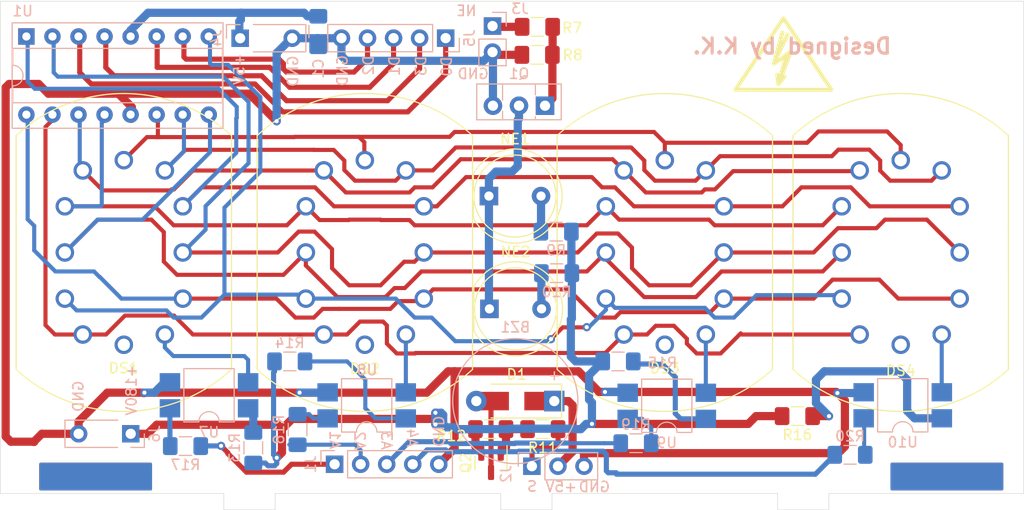
<source format=kicad_pcb>
(kicad_pcb (version 20211014) (generator pcbnew)
  (layers (0 "F.Cu" signal) (31 "B.Cu" signal) (34 "B.Paste" user) (35 "F.Paste" user) (36 "B.SilkS" user "B.Silkscreen") (37 "F.SilkS" user "F.Silkscreen") (38 "B.Mask" user) (39 "F.Mask" user) (44 "Edge.Cuts" user))
  (net 0 "")
  (net 1 "+5V")
  (net 2 "Net-(BZ1-Pad2)")
  (net 3 "GND")
  (net 4 "/V_Buzzer")
  (net 5 "/8")
  (net 6 "/9")
  (net 7 "/3")
  (net 8 "/4")
  (net 9 "/2")
  (net 10 "/0")
  (net 11 "/7")
  (net 12 "/5")
  (net 13 "/1")
  (net 14 "/6")
  (net 15 "/A4")
  (net 16 "/A3")
  (net 17 "/A2")
  (net 18 "Net-(DS1-Pad1)")
  (net 19 "Net-(DS2-Pad1)")
  (net 20 "Net-(DS3-Pad1)")
  (net 21 "Net-(DS4-Pad1)")
  (net 22 "/A1")
  (net 23 "/D0")
  (net 24 "/D3")
  (net 25 "/D1")
  (net 26 "Net-(J2-Pad1)")
  (net 27 "Net-(NE1-Pad2)")
  (net 28 "Net-(NE1-Pad1)")
  (net 29 "Net-(NE2-Pad2)")
  (net 30 "Net-(Q1-Pad1)")
  (net 31 "Net-(Q2-Pad1)")
  (net 32 "Net-(R13-Pad1)")
  (net 33 "Net-(R14-Pad1)")
  (net 34 "Net-(R15-Pad1)")
  (net 35 "Net-(R16-Pad1)")
  (net 36 "Net-(R17-Pad1)")
  (net 37 "Net-(R18-Pad1)")
  (net 38 "Net-(R19-Pad1)")
  (net 39 "Net-(R20-Pad1)")
  (net 40 "VCC")
  (net 41 "Net-(J3-Pad1)")
  (net 42 "/D2")
  (footprint "nixie clock:in12" (layer "F.Cu") (at 122.25 76.5)
    (fp_text reference "DS1")
    (fp_text value "IN12")
  )
  (footprint "nixie clock:in12" (layer "F.Cu") (at 145.75 76.5)
    (fp_text reference "DS2")
    (fp_text value "IN12")
  )
  (footprint "nixie clock:in12" (layer "F.Cu") (at 175 76.5)
    (fp_text reference "DS3")
    (fp_text value "IN12")
  )
  (footprint "nixie clock:in12" (layer "F.Cu") (at 198 76.5)
    (fp_text reference "DS4")
    (fp_text value "IN12")
  )
  (footprint "Diode_SMD:D_SMA_Handsoldering" (layer "F.Cu") (at 160.55 90.99 180)
    (fp_text reference "D1")
    (fp_text value "SS14")
  )
  (footprint "nixie clock:neon" (layer "F.Cu") (at 157.85 71)
    (fp_text reference "NE1")
    (fp_text value "Lamp_Neon")
  )
  (footprint "nixie clock:neon" (layer "F.Cu") (at 157.9 82)
    (fp_text reference "NE2")
    (fp_text value "Lamp_Neon")
  )
  (footprint "Package_TO_SOT_SMD:SOT-23" (layer "F.Cu") (at 158.054 97.012 -90)
    (fp_text reference "Q2")
    (fp_text value "Q_NMOS_GSD")
  )
  (footprint "Resistor_SMD:R_1206_3216Metric_Pad1.42x1.75mm_HandSolder" (layer "F.Cu") (at 162.5725 54.5)
    (fp_text reference "R7")
    (fp_text value "100")
  )
  (footprint "Resistor_SMD:R_1206_3216Metric_Pad1.42x1.75mm_HandSolder" (layer "F.Cu") (at 162.55 57.23)
    (fp_text reference "R8")
    (fp_text value "10k")
  )
  (footprint "Resistor_SMD:R_1206_3216Metric_Pad1.42x1.75mm_HandSolder" (layer "F.Cu") (at 163.1045 93.726 180)
    (fp_text reference "R11")
    (fp_text value "100")
  )
  (footprint "Resistor_SMD:R_1206_3216Metric_Pad1.42x1.75mm_HandSolder" (layer "F.Cu") (at 158.0245 93.726)
    (fp_text reference "R12")
    (fp_text value "10k")
  )
  (footprint "Resistor_SMD:R_1206_3216Metric_Pad1.42x1.75mm_HandSolder" (layer "F.Cu") (at 187.9235 92.456 180)
    (fp_text reference "R16")
    (fp_text value "47k")
  )
  (footprint "custom:HighVoltage" (layer "F.Cu") (at 186.57 58.09)
    (fp_text reference "REF**" hide)
    (fp_text value "HighVoltage")
  )
  (footprint "Resistor_SMD:R_1206_3216Metric_Pad1.42x1.75mm_HandSolder" (layer "B.Cu") (at 170.434 87.122 180)
    (fp_text reference "R15")
    (fp_text value "47k")
  )
  (footprint "Buzzer_Beeper:Buzzer_12x9.5RM7.6" (layer "B.Cu") (at 164.22 90.99 180)
    (fp_text reference "BZ1")
    (fp_text value "Buzzer")
  )
  (footprint "Capacitor_SMD:C_1206_3216Metric_Pad1.42x1.75mm_HandSolder" (layer "B.Cu") (at 141.21 54.9575 -90)
    (fp_text reference "C1")
    (fp_text value "1uF")
  )
  (footprint "nixie clock:PinHeader_1x02_P5.08mm_Vertical" (layer "B.Cu") (at 133.59 55.61 -90)
    (fp_text reference "J4")
    (fp_text value "Conn_01x02_Male" hide)
  )
  (footprint "Package_TO_SOT_THT:TO-126-3_Vertical" (layer "B.Cu") (at 163.32 62.19 180)
    (fp_text reference "Q1")
    (fp_text value "MJE13003")
  )
  (footprint "Resistor_SMD:R_1206_3216Metric_Pad1.42x1.75mm_HandSolder" (layer "B.Cu") (at 164.4025 74.47)
    (fp_text reference "R9")
    (fp_text value "100k")
  )
  (footprint "Resistor_SMD:R_1206_3216Metric_Pad1.42x1.75mm_HandSolder" (layer "B.Cu") (at 164.45 78.52)
    (fp_text reference "R10")
    (fp_text value "100k")
  )
  (footprint "Resistor_SMD:R_1206_3216Metric_Pad1.42x1.75mm_HandSolder" (layer "B.Cu") (at 134.874 95.5405 -90)
    (fp_text reference "R13")
    (fp_text value "47k")
  )
  (footprint "Resistor_SMD:R_1206_3216Metric_Pad1.42x1.75mm_HandSolder" (layer "B.Cu") (at 138.43 87.122 180)
    (fp_text reference "R14")
    (fp_text value "47k")
  )
  (footprint "Resistor_SMD:R_1206_3216Metric_Pad1.42x1.75mm_HandSolder" (layer "B.Cu") (at 128.2625 95.38)
    (fp_text reference "R17")
    (fp_text value "100")
  )
  (footprint "Resistor_SMD:R_1206_3216Metric_Pad1.42x1.75mm_HandSolder" (layer "B.Cu") (at 139.192 93.7625 -90)
    (fp_text reference "R18")
    (fp_text value "100")
  )
  (footprint "Resistor_SMD:R_1206_3216Metric_Pad1.42x1.75mm_HandSolder" (layer "B.Cu") (at 172.1875 95.1 180)
    (fp_text reference "R19")
    (fp_text value "100")
  )
  (footprint "Resistor_SMD:R_1206_3216Metric_Pad1.42x1.75mm_HandSolder" (layer "B.Cu") (at 193.0575 96.23 180)
    (fp_text reference "R20")
    (fp_text value "100")
  )
  (footprint "Package_DIP:SMDIP-4_W7.62mm" (layer "B.Cu") (at 130.556 90.424)
    (fp_text reference "U7")
    (fp_text value "TLP627")
  )
  (footprint "Package_DIP:SMDIP-4_W7.62mm" (layer "B.Cu") (at 145.93 91.41)
    (fp_text reference "U8")
    (fp_text value "TLP627")
  )
  (footprint "Package_DIP:SMDIP-4_W7.62mm" (layer "B.Cu") (at 175.19 91.45)
    (fp_text reference "U9")
    (fp_text value "TLP627")
  )
  (footprint "Package_DIP:SMDIP-4_W7.62mm" (layer "B.Cu") (at 198.2 91.4)
    (fp_text reference "U10")
    (fp_text value "TLP627")
  )
  (footprint "Connector_PinHeader_2.54mm:PinHeader_1x05_P2.54mm_Vertical" (layer "B.Cu") (at 142.8 97.15 -90)
    (fp_text reference "J1")
    (fp_text value "Conn_01x05_Male" hide)
  )
  (footprint "Connector_PinHeader_2.54mm:PinHeader_1x05_P2.54mm_Vertical" (layer "B.Cu") (at 153.63 55.6 90)
    (fp_text reference "J5")
    (fp_text value "Conn_01x05_Male" hide)
  )
  (footprint "Connector_PinHeader_2.54mm:PinHeader_1x02_P2.54mm_Vertical" (layer "B.Cu") (at 158.2 54.42 180)
    (fp_text reference "J3")
    (fp_text value "Conn_01x02_Male" hide)
  )
  (footprint "nixie clock:PinHeader_1x02_P5.08mm_Vertical" (layer "B.Cu") (at 122.92 94.18 90)
    (fp_text reference "J6")
    (fp_text value "Conn_01x02_Male" hide)
  )
  (footprint "Connector_PinHeader_2.54mm:PinHeader_1x03_P2.54mm_Vertical" (layer "B.Cu") (at 162.04 97.34 -90)
    (fp_text reference "J2")
    (fp_text value "Conn_01x03_Male" hide)
  )
  (footprint "Package_DIP:DIP-16_W7.62mm_Socket" (layer "B.Cu") (at 112.75 55.44 -90)
    (fp_text reference "U1")
    (fp_text value "K155ID1")
  )
  (gr_line (start 110.2 100) (end 110.2 52) (layer "Edge.Cuts") (width 0.05))
  (gr_line (start 132 100) (end 110.2 100) (layer "Edge.Cuts") (width 0.05))
  (gr_line (start 159 100) (end 137 100) (layer "Edge.Cuts") (width 0.05))
  (gr_line (start 186 100) (end 164 100) (layer "Edge.Cuts") (width 0.05))
  (gr_line (start 164 101.6) (end 164 100) (layer "Edge.Cuts") (width 0.05))
  (gr_line (start 186 100) (end 186 101.6) (layer "Edge.Cuts") (width 0.05))
  (gr_line (start 210 99) (end 210 100) (layer "Edge.Cuts") (width 0.05))
  (gr_line (start 137 101.6) (end 137 100) (layer "Edge.Cuts") (width 0.05))
  (gr_line (start 159 101.6) (end 164 101.6) (layer "Edge.Cuts") (width 0.05))
  (gr_line (start 159 100) (end 159 101.6) (layer "Edge.Cuts") (width 0.05))
  (gr_line (start 191 101.6) (end 191 100) (layer "Edge.Cuts") (width 0.05))
  (gr_line (start 186 101.6) (end 191 101.6) (layer "Edge.Cuts") (width 0.05))
  (gr_line (start 132 100) (end 132 101.6) (layer "Edge.Cuts") (width 0.05))
  (gr_line (start 110.2 52) (end 210 52) (layer "Edge.Cuts") (width 0.05))
  (gr_line (start 210 100) (end 191 100) (layer "Edge.Cuts") (width 0.05))
  (gr_line (start 210 52) (end 210 99) (layer "Edge.Cuts") (width 0.05))
  (gr_line (start 132 101.6) (end 137 101.6) (layer "Edge.Cuts") (width 0.05))
  (gr_text "+5V" (at 164.9 99.35) (layer "B.SilkS") (effects (font (size 1 1)) (justify mirror)))
  (gr_text "+5V" (at 133.5024 58.6232 90) (layer "B.SilkS") (effects (font (size 1 1)) (justify mirror)))
  (gr_text "Designed by K.K." (at 187.4012 56.388) (layer "B.SilkS") (effects (font (size 1.5 1.5) (thickness 0.3)) (justify mirror)))
  (gr_text "GND" (at 168.13 99.35) (layer "B.SilkS") (effects (font (size 1 1)) (justify mirror)))
  (gr_text "A1" (at 142.82 94.77 270) (layer "B.SilkS") (effects (font (size 1 1)) (justify mirror)))
  (gr_text "D1" (at 148.6408 58.3184 90) (layer "B.SilkS") (effects (font (size 1 1)) (justify mirror)))
  (gr_text "GND" (at 117.8052 90.5256 90) (layer "B.SilkS") (effects (font (size 1 1)) (justify mirror)))
  (gr_text "S" (at 162.05 99.22 180) (layer "B.SilkS") (effects (font (size 1 1)) (justify mirror)))
  (gr_text "D2" (at 146.1008 58.2676 90) (layer "B.SilkS") (effects (font (size 1 1)) (justify mirror)))
  (gr_text "D3" (at 151.2316 58.3184 90) (layer "B.SilkS") (effects (font (size 1 1)) (justify mirror)))
  (gr_text "GND" (at 138.7348 58.8264 90) (layer "B.SilkS") (effects (font (size 1 1)) (justify mirror)))
  (gr_text "A2" (at 145.25 94.85 270) (layer "B.SilkS") (effects (font (size 1 1)) (justify mirror)))
  (gr_text "NE" (at 155.6512 52.9336) (layer "B.SilkS") (effects (font (size 1 1)) (justify mirror)))
  (gr_text "GND" (at 152.9 93.94 270) (layer "B.SilkS") (effects (font (size 1 1)) (justify mirror)))
  (gr_text "D0" (at 153.7208 58.3692 90) (layer "B.SilkS") (effects (font (size 1 1)) (justify mirror)))
  (gr_text "+180V" (at 122.9868 89.916 90) (layer "B.SilkS") (effects (font (size 1 1)) (justify mirror)))
  (gr_text "GND" (at 156.3116 59.0804) (layer "B.SilkS") (effects (font (size 1 1)) (justify mirror)))
  (gr_text "A3" (at 147.86 94.83 270) (layer "B.SilkS") (effects (font (size 1 1)) (justify mirror)))
  (gr_text "A4" (at 150.35 94.57 270) (layer "B.SilkS") (effects (font (size 1 1)) (justify mirror)))
  (gr_text "GND" (at 143.5608 58.7756 90) (layer "B.SilkS") (effects (font (size 1 1)) (justify mirror)))
  (segment (start 133.51 53.96) (end 133.51 55.53) (width 0.8) (layer "B.Cu") (net 1))
  (segment (start 124.60863 53.13) (end 122.91 54.82863) (width 0.8) (layer "B.Cu") (net 1))
  (segment (start 133.51 53.96) (end 133.66 53.81) (width 0.8) (layer "B.Cu") (net 1))
  (segment (start 139.83 53.13) (end 140.17 53.47) (width 0.8) (layer "B.Cu") (net 1))
  (segment (start 133.66 53.13) (end 124.60863 53.13) (width 0.8) (layer "B.Cu") (net 1))
  (segment (start 133.66 53.13) (end 139.83 53.13) (width 0.8) (layer "B.Cu") (net 1))
  (segment (start 122.91 54.82863) (end 122.91 55.44) (width 0.8) (layer "B.Cu") (net 1))
  (segment (start 133.51 55.53) (end 133.59 55.61) (width 0.8) (layer "B.Cu") (net 1))
  (segment (start 140.17 53.47) (end 141.21 53.47) (width 0.8) (layer "B.Cu") (net 1))
  (segment (start 133.66 53.81) (end 133.66 53.13) (width 0.8) (layer "B.Cu") (net 1))
  (segment (start 158.05 90.99) (end 158.05 95.117998) (width 0.5) (layer "F.Cu") (net 2))
  (segment (start 158.05 95.117998) (end 158.054 95.121998) (width 0.5) (layer "F.Cu") (net 2))
  (segment (start 158.054 95.121998) (end 158.054 97.062) (width 0.5) (layer "F.Cu") (net 2))
  (segment (start 158.054 97.062) (end 158.054 98.012) (width 0.5) (layer "F.Cu") (net 2))
  (segment (start 114.25 94.18) (end 117.84 94.18) (width 0.8) (layer "F.Cu") (net 3))
  (segment (start 168.57 90.1) (end 191.72 90.1) (width 0.8) (layer "F.Cu") (net 3))
  (segment (start 121.72139 61.02002) (end 134.47002 61.02002) (width 0.8) (layer "F.Cu") (net 3))
  (segment (start 191.83 90.21) (end 192.558001 90.938001) (width 0.8) (layer "F.Cu") (net 3))
  (segment (start 156.537 95.445) (end 156.537 93.726) (width 0.8) (layer "F.Cu") (net 3))
  (segment (start 113.48 94.95) (end 114.25 94.18) (width 0.8) (layer "F.Cu") (net 3))
  (segment (start 161.0625 57.23) (end 158.47 57.23) (width 0.8) (layer "F.Cu") (net 3))
  (segment (start 123.694315 90.17) (end 124.26 90.17) (width 0.8) (layer "F.Cu") (net 3))
  (segment (start 154.568 93.726) (end 154.5 93.658) (width 0.8) (layer "F.Cu") (net 3))
  (segment (start 156.537 93.726) (end 154.568 93.726) (width 0.8) (layer "F.Cu") (net 3))
  (segment (start 113.48 94.95) (end 111.23 94.95) (width 0.8) (layer "F.Cu") (net 3))
  (segment (start 110.72501 94.44501) (end 110.72501 60.40499) (width 0.8) (layer "F.Cu") (net 3))
  (segment (start 123.03 62.32863) (end 123.03 63.46) (width 0.8) (layer "F.Cu") (net 3))
  (segment (start 191.72 90.1) (end 191.83 90.21) (width 0.8) (layer "F.Cu") (net 3))
  (segment (start 117.84 92.977919) (end 120.647919 90.17) (width 0.8) (layer "F.Cu") (net 3))
  (segment (start 154.5 88.09) (end 166.59 88.09) (width 0.8) (layer "F.Cu") (net 3))
  (segment (start 153.87 88.09) (end 154.5 88.09) (width 0.8) (layer "F.Cu") (net 3))
  (segment (start 113.51 94.98) (end 113.48 94.95) (width 0.8) (layer "F.Cu") (net 3))
  (segment (start 114.89002 61.02002) (end 121.72139 61.02002) (width 0.8) (layer "F.Cu") (net 3))
  (segment (start 134.47002 61.02002) (end 137.15 63.7) (width 0.8) (layer "F.Cu") (net 3))
  (segment (start 154.5 93.658) (end 154.5 95.61) (width 0.8) (layer "F.Cu") (net 3))
  (segment (start 124.26 90.17) (end 139.39 90.17) (width 0.8) (layer "F.Cu") (net 3))
  (segment (start 110.72501 60.40499) (end 111.06 60.07) (width 0.8) (layer "F.Cu") (net 3))
  (segment (start 191.91 96.07) (end 167.187919 96.07) (width 0.8) (layer "F.Cu") (net 3))
  (segment (start 157.104 96.012) (end 156.537 95.445) (width 0.8) (layer "F.Cu") (net 3))
  (segment (start 117.84 94.18) (end 117.84 92.977919) (width 0.8) (layer "F.Cu") (net 3))
  (segment (start 166.59 88.09) (end 168.57 90.07) (width 0.8) (layer "F.Cu") (net 3))
  (segment (start 168.57 90.07) (end 168.57 90.1) (width 0.8) (layer "F.Cu") (net 3))
  (segment (start 120.647919 90.17) (end 123.694315 90.17) (width 0.8) (layer "F.Cu") (net 3))
  (segment (start 158.47 57.23) (end 158.2 56.96) (width 0.8) (layer "F.Cu") (net 3))
  (segment (start 154.5 95.61) (end 152.96 97.15) (width 0.8) (layer "F.Cu") (net 3))
  (segment (start 111.23 94.95) (end 110.72501 94.44501) (width 0.8) (layer "F.Cu") (net 3))
  (segment (start 124.21 90.22) (end 124.26 90.17) (width 0.8) (layer "F.Cu") (net 3))
  (segment (start 121.72139 61.02002) (end 123.03 62.32863) (width 0.8) (layer "F.Cu") (net 3))
  (segment (start 167.187919 96.07) (end 167.12 96.137919) (width 0.8) (layer "F.Cu") (net 3))
  (segment (start 151.79 90.17) (end 153.87 88.09) (width 0.8) (layer "F.Cu") (net 3))
  (segment (start 154.5 88.09) (end 154.5 93.658) (width 0.8) (layer "F.Cu") (net 3))
  (segment (start 192.558001 90.938001) (end 192.558001 95.421999) (width 0.8) (layer "F.Cu") (net 3))
  (segment (start 111.06 60.07) (end 113.94 60.07) (width 0.8) (layer "F.Cu") (net 3))
  (segment (start 167.12 96.137919) (end 167.12 97.34) (width 0.8) (layer "F.Cu") (net 3))
  (segment (start 113.94 60.07) (end 114.89002 61.02002) (width 0.8) (layer "F.Cu") (net 3))
  (segment (start 139.39 90.17) (end 151.79 90.17) (width 0.8) (layer "F.Cu") (net 3))
  (segment (start 192.558001 95.421999) (end 191.91 96.07) (width 0.8) (layer "F.Cu") (net 3))
  (via (at 139.39 90.17) (size 0.8) (drill 0.4) (layers "F.Cu" "B.Cu") (net 3))
  (via (at 191.83 90.21) (size 0.8) (drill 0.4) (layers "F.Cu" "B.Cu") (net 3))
  (via (at 124.26 90.17) (size 0.8) (drill 0.4) (layers "F.Cu" "B.Cu") (net 3))
  (via (at 137.15 63.7) (size 0.8) (drill 0.4) (layers "F.Cu" "B.Cu") (net 3))
  (via (at 169.164 90.1) (size 0.8) (drill 0.4) (layers "F.Cu" "B.Cu") (net 3))
  (segment (start 191.83 90.21) (end 194.31 90.21) (width 0.8) (layer "B.Cu") (net 3))
  (segment (start 137.15 57.05) (end 138.59 55.61) (width 0.8) (layer "B.Cu") (net 3))
  (segment (start 141.21 55.6325) (end 141.1875 55.61) (width 0.8) (layer "B.Cu") (net 3))
  (segment (start 137.15 63.7) (end 137.15 57.05) (width 0.8) (layer "B.Cu") (net 3))
  (segment (start 158.24 62.19) (end 158.24 57) (width 0.8) (layer "B.Cu") (net 3))
  (segment (start 194.31 90.21) (end 194.39 90.13) (width 0.8) (layer "B.Cu") (net 3))
  (segment (start 171.3 90.1) (end 171.38 90.18) (width 0.8) (layer "B.Cu") (net 3))
  (segment (start 142.09 90.17) (end 142.12 90.14) (width 0.8) (layer "B.Cu") (net 3))
  (segment (start 126.238 89.154) (end 125.222 90.17) (width 0.8) (layer "B.Cu") (net 3))
  (segment (start 157.350001 57.809999) (end 143.959999 57.809999) (width 0.8) (layer "B.Cu") (net 3))
  (segment (start 141.09 55.61) (end 143.46 55.61) (width 0.8) (layer "B.Cu") (net 3))
  (segment (start 143.47 57.32) (end 143.47 55.6) (width 0.8) (layer "B.Cu") (net 3))
  (segment (start 138.67 55.61) (end 141.09 55.61) (width 0.8) (layer "B.Cu") (net 3))
  (segment (start 143.959999 57.809999) (end 143.47 57.32) (width 0.8) (layer "B.Cu") (net 3))
  (segment (start 141.21 56.445) (end 141.21 55.6325) (width 0.8) (layer "B.Cu") (net 3))
  (segment (start 143.46 55.61) (end 143.47 55.6) (width 0.8) (layer "B.Cu") (net 3))
  (segment (start 125.222 90.17) (end 124.26 90.17) (width 0.8) (layer "B.Cu") (net 3))
  (segment (start 139.39 90.17) (end 142.09 90.17) (width 0.8) (layer "B.Cu") (net 3))
  (segment (start 158.24 57) (end 158.2 56.96) (width 0.8) (layer "B.Cu") (net 3))
  (segment (start 141.1875 55.61) (end 141.09 55.61) (width 0.8) (layer "B.Cu") (net 3))
  (segment (start 158.2 56.96) (end 157.350001 57.809999) (width 0.8) (layer "B.Cu") (net 3))
  (segment (start 126.492 89.154) (end 126.238 89.154) (width 0.8) (layer "B.Cu") (net 3))
  (segment (start 169.164 90.1) (end 171.3 90.1) (width 0.8) (layer "B.Cu") (net 3))
  (segment (start 166.00451 95.91549) (end 165.429999 96.490001) (width 0.8) (layer "F.Cu") (net 4))
  (segment (start 163.05 90.99) (end 165.6 90.99) (width 0.8) (layer "F.Cu") (net 4))
  (segment (start 166.00451 91.39451) (end 166.00451 95.91549) (width 0.8) (layer "F.Cu") (net 4))
  (segment (start 165.429999 96.490001) (end 164.58 97.34) (width 0.8) (layer "F.Cu") (net 4))
  (segment (start 165.6 90.99) (end 166.00451 91.39451) (width 0.8) (layer "F.Cu") (net 4))
  (segment (start 186.47 72) (end 188.320001 70.149999) (width 0.4) (layer "F.Cu") (net 5))
  (segment (start 167.879999 69.149999) (end 168.879999 70.149999) (width 0.4) (layer "F.Cu") (net 5))
  (segment (start 151.5 72) (end 152.772792 72) (width 0.4) (layer "F.Cu") (net 5))
  (segment (start 128 72) (end 129.850001 70.149999) (width 0.4) (layer "F.Cu") (net 5))
  (segment (start 142.738002 72) (end 151.5 72) (width 0.4) (layer "F.Cu") (net 5))
  (segment (start 152.772792 72) (end 155.622793 69.149999) (width 0.4) (layer "F.Cu") (net 5))
  (segment (start 194.988002 72) (end 203.75 72) (width 0.4) (layer "F.Cu") (net 5))
  (segment (start 188.320001 70.149999) (end 193.138001 70.149999) (width 0.4) (layer "F.Cu") (net 5))
  (segment (start 170.138001 70.149999) (end 171.988002 72) (width 0.4) (layer "F.Cu") (net 5))
  (segment (start 180.75 72) (end 186.47 72) (width 0.4) (layer "F.Cu") (net 5))
  (segment (start 171.988002 72) (end 180.75 72) (width 0.4) (layer "F.Cu") (net 5))
  (segment (start 168.879999 70.149999) (end 170.138001 70.149999) (width 0.4) (layer "F.Cu") (net 5))
  (segment (start 193.138001 70.149999) (end 194.988002 72) (width 0.4) (layer "F.Cu") (net 5))
  (segment (start 140.888001 70.149999) (end 142.738002 72) (width 0.4) (layer "F.Cu") (net 5))
  (segment (start 155.622793 69.149999) (end 167.879999 69.149999) (width 0.4) (layer "F.Cu") (net 5))
  (segment (start 129.850001 70.149999) (end 140.888001 70.149999) (width 0.4) (layer "F.Cu") (net 5))
  (segment (start 112.87 59.84) (end 112.87 55.84) (width 0.4) (layer "B.Cu") (net 5))
  (segment (start 113.57 60.54) (end 112.87 59.84) (width 0.4) (layer "B.Cu") (net 5))
  (segment (start 128 72) (end 133.21 66.79) (width 0.4) (layer "B.Cu") (net 5))
  (segment (start 133.26 62.3) (end 131.5 60.54) (width 0.4) (layer "B.Cu") (net 5))
  (segment (start 133.21 66.79) (end 133.21 63.429998) (width 0.4) (layer "B.Cu") (net 5))
  (segment (start 133.21 63.429998) (end 133.26 63.379998) (width 0.4) (layer "B.Cu") (net 5))
  (segment (start 133.26 63.379998) (end 133.26 62.3) (width 0.4) (layer "B.Cu") (net 5))
  (segment (start 131.5 60.54) (end 113.57 60.54) (width 0.4) (layer "B.Cu") (net 5))
  (segment (start 171.799999 78.036001) (end 173.463999 79.700001) (width 0.4) (layer "F.Cu") (net 6))
  (segment (start 189.511998 76.5) (end 191.881998 74.13) (width 0.4) (layer "F.Cu") (net 6))
  (segment (start 144.213999 79.700001) (end 147.286001 79.700001) (width 0.4) (layer "F.Cu") (net 6))
  (segment (start 149.586003 77.399999) (end 150.600001 77.399999) (width 0.4) (layer "F.Cu") (net 6))
  (segment (start 200.549999 73.299999) (end 203.75 76.5) (width 0.4) (layer "F.Cu") (net 6))
  (segment (start 166.511998 76.5) (end 168.361999 74.649999) (width 0.4) (layer "F.Cu") (net 6))
  (segment (start 147.286001 79.700001) (end 149.586003 77.399999) (width 0.4) (layer "F.Cu") (net 6))
  (segment (start 196.463999 73.299999) (end 200.549999 73.299999) (width 0.4) (layer "F.Cu") (net 6))
  (segment (start 142.549999 78.036001) (end 144.213999 79.700001) (width 0.4) (layer "F.Cu") (net 6))
  (segment (start 139.300009 74.461989) (end 140.83563 74.461989) (width 0.4) (layer "F.Cu") (net 6))
  (segment (start 180.75 76.5) (end 189.511998 76.5) (width 0.4) (layer "F.Cu") (net 6))
  (segment (start 170.429999 74.649999) (end 171.799999 76.019999) (width 0.4) (layer "F.Cu") (net 6))
  (segment (start 128 76.5) (end 137.261998 76.5) (width 0.4) (layer "F.Cu") (net 6))
  (segment (start 168.361999 74.649999) (end 170.429999 74.649999) (width 0.4) (layer "F.Cu") (net 6))
  (segment (start 150.600001 77.399999) (end 151.5 76.5) (width 0.4) (layer "F.Cu") (net 6))
  (segment (start 191.881998 74.13) (end 195.633998 74.13) (width 0.4) (layer "F.Cu") (net 6))
  (segment (start 151.5 76.5) (end 166.511998 76.5) (width 0.4) (layer "F.Cu") (net 6))
  (segment (start 177.549999 79.700001) (end 180.75 76.5) (width 0.4) (layer "F.Cu") (net 6))
  (segment (start 195.633998 74.13) (end 196.463999 73.299999) (width 0.4) (layer "F.Cu") (net 6))
  (segment (start 137.261998 76.5) (end 139.300009 74.461989) (width 0.4) (layer "F.Cu") (net 6))
  (segment (start 140.83563 74.461989) (end 142.549999 76.176358) (width 0.4) (layer "F.Cu") (net 6))
  (segment (start 171.799999 76.019999) (end 171.799999 78.036001) (width 0.4) (layer "F.Cu") (net 6))
  (segment (start 142.549999 76.176358) (end 142.549999 78.036001) (width 0.4) (layer "F.Cu") (net 6))
  (segment (start 173.463999 79.700001) (end 177.549999 79.700001) (width 0.4) (layer "F.Cu") (net 6))
  (segment (start 134.41001 67.78999) (end 134.41001 61.823651) (width 0.4) (layer "B.Cu") (net 6))
  (segment (start 128 76.5) (end 130.22 74.28) (width 0.4) (layer "B.Cu") (net 6))
  (segment (start 115.82 59.36) (end 115.41 58.95) (width 0.4) (layer "B.Cu") (net 6))
  (segment (start 131.946359 59.36) (end 115.82 59.36) (width 0.4) (layer "B.Cu") (net 6))
  (segment (start 115.41 58.95) (end 115.41 55.84) (width 0.4) (layer "B.Cu") (net 6))
  (segment (start 130.22 74.28) (end 130.22 71.98) (width 0.4) (layer "B.Cu") (net 6))
  (segment (start 134.41001 61.823651) (end 131.946359 59.36) (width 0.4) (layer "B.Cu") (net 6))
  (segment (start 130.22 71.98) (end 134.41001 67.78999) (width 0.4) (layer "B.Cu") (net 6))
  (segment (start 148.642374 79.969989) (end 149.643651 79.969989) (width 0.4) (layer "F.Cu") (net 7))
  (segment (start 127.441998 78.68) (end 137.82 78.68) (width 0.4) (layer "F.Cu") (net 7))
  (segment (start 116.5 76.5) (end 119.700001 73.299999) (width 0.4) (layer "F.Cu") (net 7))
  (segment (start 149.643651 79.969989) (end 151.263639 78.350001) (width 0.4) (layer "F.Cu") (net 7))
  (segment (start 119.700001 73.299999) (end 124.935639 73.299999) (width 0.4) (layer "F.Cu") (net 7))
  (segment (start 140 77.772792) (end 143.07722 80.850012) (width 0.4) (layer "F.Cu") (net 7))
  (segment (start 169.25 76.5) (end 169.25 77.112359) (width 0.4) (layer "F.Cu") (net 7))
  (segment (start 126.149999 74.514359) (end 126.149999 77.388001) (width 0.4) (layer "F.Cu") (net 7))
  (segment (start 137.82 78.68) (end 140 76.5) (width 0.4) (layer "F.Cu") (net 7))
  (segment (start 172.98765 80.850011) (end 178.026347 80.850011) (width 0.4) (layer "F.Cu") (net 7))
  (segment (start 190.399999 78.350001) (end 192.25 76.5) (width 0.4) (layer "F.Cu") (net 7))
  (segment (start 178.026347 80.850011) (end 180.526357 78.350001) (width 0.4) (layer "F.Cu") (net 7))
  (segment (start 169.25 77.112359) (end 172.98765 80.850011) (width 0.4) (layer "F.Cu") (net 7))
  (segment (start 147.762351 80.850012) (end 148.642374 79.969989) (width 0.4) (layer "F.Cu") (net 7))
  (segment (start 126.149999 77.388001) (end 127.441998 78.68) (width 0.4) (layer "F.Cu") (net 7))
  (segment (start 180.526357 78.350001) (end 190.399999 78.350001) (width 0.4) (layer "F.Cu") (net 7))
  (segment (start 140 76.5) (end 140 77.772792) (width 0.4) (layer "F.Cu") (net 7))
  (segment (start 151.263639 78.350001) (end 167.399999 78.350001) (width 0.4) (layer "F.Cu") (net 7))
  (segment (start 124.935639 73.299999) (end 126.149999 74.514359) (width 0.4) (layer "F.Cu") (net 7))
  (segment (start 143.07722 80.850012) (end 147.762351 80.850012) (width 0.4) (layer "F.Cu") (net 7))
  (segment (start 167.399999 78.350001) (end 169.25 76.5) (width 0.4) (layer "F.Cu") (net 7))
  (segment (start 116.5 76.5) (end 119.700001 73.299999) (width 0.4) (layer "B.Cu") (net 7))
  (segment (start 130.65 66.73) (end 130.65 63.46) (width 0.4) (layer "B.Cu") (net 7))
  (segment (start 119.700001 73.299999) (end 124.080001 73.299999) (width 0.4) (layer "B.Cu") (net 7))
  (segment (start 124.080001 73.299999) (end 130.65 66.73) (width 0.4) (layer "B.Cu") (net 7))
  (segment (start 141.34 73.34) (end 144.173998 73.34) (width 0.4) (layer "F.Cu") (net 8))
  (segment (start 125.261998 72) (end 127.111999 73.850001) (width 0.4) (layer "F.Cu") (net 8))
  (segment (start 116.5 72) (end 125.261998 72) (width 0.4) (layer "F.Cu") (net 8))
  (segment (start 138.149999 73.850001) (end 140 72) (width 0.4) (layer "F.Cu") (net 8))
  (segment (start 169.25 72) (end 170.549999 73.299999) (width 0.4) (layer "F.Cu") (net 8))
  (segment (start 147.326002 73.34) (end 150.101998 73.34) (width 0.4) (layer "F.Cu") (net 8))
  (segment (start 144.213999 73.299999) (end 147.286001 73.299999) (width 0.4) (layer "F.Cu") (net 8))
  (segment (start 140 72) (end 141.34 73.34) (width 0.4) (layer "F.Cu") (net 8))
  (segment (start 179.311997 73.299999) (end 179.861999 73.850001) (width 0.4) (layer "F.Cu") (net 8))
  (segment (start 167.399999 73.850001) (end 169.25 72) (width 0.4) (layer "F.Cu") (net 8))
  (segment (start 170.549999 73.299999) (end 179.311997 73.299999) (width 0.4) (layer "F.Cu") (net 8))
  (segment (start 150.611999 73.850001) (end 167.399999 73.850001) (width 0.4) (layer "F.Cu") (net 8))
  (segment (start 147.286001 73.299999) (end 147.326002 73.34) (width 0.4) (layer "F.Cu") (net 8))
  (segment (start 144.173998 73.34) (end 144.213999 73.299999) (width 0.4) (layer "F.Cu") (net 8))
  (segment (start 190.399999 73.850001) (end 192.25 72) (width 0.4) (layer "F.Cu") (net 8))
  (segment (start 150.101998 73.34) (end 150.611999 73.850001) (width 0.4) (layer "F.Cu") (net 8))
  (segment (start 179.861999 73.850001) (end 190.399999 73.850001) (width 0.4) (layer "F.Cu") (net 8))
  (segment (start 127.111999 73.850001) (end 138.149999 73.850001) (width 0.4) (layer "F.Cu") (net 8))
  (segment (start 120.100001 71.879999) (end 119.98 72) (width 0.4) (layer "B.Cu") (net 8))
  (segment (start 120.100001 63.849999) (end 120.100001 71.879999) (width 0.4) (layer "B.Cu") (net 8))
  (segment (start 120.49 63.46) (end 120.100001 63.849999) (width 0.4) (layer "B.Cu") (net 8))
  (segment (start 119.98 72) (end 116.5 72) (width 0.4) (layer "B.Cu") (net 8))
  (segment (start 167.54 83.8) (end 165.05 83.8) (width 0.4) (layer "F.Cu") (net 9))
  (segment (start 165.05 83.8) (end 163.9 84.95) (width 0.4) (layer "F.Cu") (net 9))
  (segment (start 167.56 83.82) (end 167.54 83.8) (width 0.4) (layer "F.Cu") (net 9))
  (via (at 167.386404 83.783596) (size 0.8) (drill 0.4) (layers "F.Cu" "B.Cu") (net 9))
  (via (at 163.9 84.95) (size 0.8) (drill 0.4) (layers "F.Cu" "B.Cu") (net 9))
  (segment (start 181.739999 82.850001) (end 183.93 80.66) (width 0.4) (layer "B.Cu") (net 9))
  (segment (start 179.861999 82.850001) (end 181.739999 82.850001) (width 0.4) (layer "B.Cu") (net 9))
  (segment (start 132.422708 58.20999) (end 135.56002 61.347302) (width 0.4) (layer "B.Cu") (net 9))
  (segment (start 169.25 82.1) (end 169.25 81) (width 0.4) (layer "B.Cu") (net 9))
  (segment (start 152.269999 82.850001) (end 154.569998 85.15) (width 0.4) (layer "B.Cu") (net 9))
  (segment (start 148.761998 81) (end 150.611999 82.850001) (width 0.4) (layer "B.Cu") (net 9))
  (segment (start 168.79 82.59) (end 168.79 82.56) (width 0.4) (layer "B.Cu") (net 9))
  (segment (start 130.65 55.84) (end 130.65 58.06) (width 0.4) (layer "B.Cu") (net 9))
  (segment (start 130.65 58.06) (end 130.79999 58.20999) (width 0.4) (layer "B.Cu") (net 9))
  (segment (start 127.111999 82.850001) (end 129.819999 82.850001) (width 0.4) (layer "B.Cu") (net 9))
  (segment (start 169.25 81) (end 170.149999 81.899999) (width 0.4) (layer "B.Cu") (net 9))
  (segment (start 129.819999 82.850001) (end 132.06 80.61) (width 0.4) (layer "B.Cu") (net 9))
  (segment (start 150.611999 82.850001) (end 152.269999 82.850001) (width 0.4) (layer "B.Cu") (net 9))
  (segment (start 163.7 85.15) (end 163.9 84.95) (width 0.4) (layer "B.Cu") (net 9))
  (segment (start 154.569998 85.15) (end 163.7 85.15) (width 0.4) (layer "B.Cu") (net 9))
  (segment (start 135.56002 68.62998) (end 132.06 72.13) (width 0.4) (layer "B.Cu") (net 9))
  (segment (start 139.61 80.61) (end 140 81) (width 0.4) (layer "B.Cu") (net 9))
  (segment (start 132.06 72.13) (end 132.06 80.61) (width 0.4) (layer "B.Cu") (net 9))
  (segment (start 135.56002 61.347302) (end 135.56002 68.62998) (width 0.4) (layer "B.Cu") (net 9))
  (segment (start 132.06 80.61) (end 139.61 80.61) (width 0.4) (layer "B.Cu") (net 9))
  (segment (start 117.65001 82.15001) (end 126.412008 82.15001) (width 0.4) (layer "B.Cu") (net 9))
  (segment (start 170.149999 81.899999) (end 178.911997 81.899999) (width 0.4) (layer "B.Cu") (net 9))
  (segment (start 167.56 83.82) (end 168.79 82.59) (width 0.4) (layer "B.Cu") (net 9))
  (segment (start 191.91 80.66) (end 192.25 81) (width 0.4) (layer "B.Cu") (net 9))
  (segment (start 126.412008 82.15001) (end 127.111999 82.850001) (width 0.4) (layer "B.Cu") (net 9))
  (segment (start 140 81) (end 148.761998 81) (width 0.4) (layer "B.Cu") (net 9))
  (segment (start 183.93 80.66) (end 191.91 80.66) (width 0.4) (layer "B.Cu") (net 9))
  (segment (start 168.79 82.56) (end 169.25 82.1) (width 0.4) (layer "B.Cu") (net 9))
  (segment (start 130.79999 58.20999) (end 132.422708 58.20999) (width 0.4) (layer "B.Cu") (net 9))
  (segment (start 116.5 81) (end 117.65001 82.15001) (width 0.4) (layer "B.Cu") (net 9))
  (segment (start 178.911997 81.899999) (end 179.861999 82.850001) (width 0.4) (layer "B.Cu") (net 9))
  (segment (start 180.75 81) (end 189.511998 81) (width 0.4) (layer "F.Cu") (net 10))
  (segment (start 151.26 81.24) (end 151.5 81) (width 0.4) (layer "F.Cu") (net 10))
  (segment (start 168.361999 82.850001) (end 170.138001 82.850001) (width 0.4) (layer "F.Cu") (net 10))
  (segment (start 148.238701 82.000023) (end 148.998723 81.24) (width 0.4) (layer "F.Cu") (net 10))
  (segment (start 143.261297 82.000021) (end 143.261299 82.000023) (width 0.4) (layer "F.Cu") (net 10))
  (segment (start 152.399999 80.100001) (end 165.611999 80.100001) (width 0.4) (layer "F.Cu") (net 10))
  (segment (start 170.668002 82.32) (end 179.43 82.32) (width 0.4) (layer "F.Cu") (net 10))
  (segment (start 170.138001 82.850001) (end 170.668002 82.32) (width 0.4) (layer "F.Cu") (net 10))
  (segment (start 197.763998 81) (end 203.75 81) (width 0.4) (layer "F.Cu") (net 10))
  (segment (start 143.261299 82.000023) (end 148.238701 82.000023) (width 0.4) (layer "F.Cu") (net 10))
  (segment (start 165.611999 80.100001) (end 168.361999 82.850001) (width 0.4) (layer "F.Cu") (net 10))
  (segment (start 195.913997 79.149999) (end 197.763998 81) (width 0.4) (layer "F.Cu") (net 10))
  (segment (start 138.97636 82.850001) (end 140.779999 82.850001) (width 0.4) (layer "F.Cu") (net 10))
  (segment (start 140.779999 82.850001) (end 141.629979 82.000021) (width 0.4) (layer "F.Cu") (net 10))
  (segment (start 141.629979 82.000021) (end 143.261297 82.000021) (width 0.4) (layer "F.Cu") (net 10))
  (segment (start 128 81) (end 137.126359 81) (width 0.4) (layer "F.Cu") (net 10))
  (segment (start 137.126359 81) (end 138.97636 82.850001) (width 0.4) (layer "F.Cu") (net 10))
  (segment (start 148.998723 81.24) (end 151.26 81.24) (width 0.4) (layer "F.Cu") (net 10))
  (segment (start 189.511998 81) (end 191.361999 79.149999) (width 0.4) (layer "F.Cu") (net 10))
  (segment (start 191.361999 79.149999) (end 195.913997 79.149999) (width 0.4) (layer "F.Cu") (net 10))
  (segment (start 179.43 82.32) (end 180.75 81) (width 0.4) (layer "F.Cu") (net 10))
  (segment (start 151.5 81) (end 152.399999 80.100001) (width 0.4) (layer "F.Cu") (net 10))
  (segment (start 119.340001 78.350001) (end 115.570001 78.350001) (width 0.4) (layer "B.Cu") (net 10))
  (segment (start 114.49 77.27) (end 114.48 77.27) (width 0.4) (layer "B.Cu") (net 10))
  (segment (start 113.51 73.9) (end 112.87 73.26) (width 0.4) (layer "B.Cu") (net 10))
  (segment (start 119.903998 78.89) (end 119.88 78.89) (width 0.4) (layer "B.Cu") (net 10))
  (segment (start 115.570001 78.350001) (end 114.49 77.27) (width 0.4) (layer "B.Cu") (net 10))
  (segment (start 119.88 78.89) (end 119.340001 78.350001) (width 0.4) (layer "B.Cu") (net 10))
  (segment (start 114.48 77.27) (end 113.51 76.3) (width 0.4) (layer "B.Cu") (net 10))
  (segment (start 128 81) (end 122.013998 81) (width 0.4) (layer "B.Cu") (net 10))
  (segment (start 113.51 76.3) (end 113.51 73.9) (width 0.4) (layer "B.Cu") (net 10))
  (segment (start 122.013998 81) (end 119.903998 78.89) (width 0.4) (layer "B.Cu") (net 10))
  (segment (start 112.87 73.26) (end 112.87 63.46) (width 0.4) (layer "B.Cu") (net 10))
  (segment (start 191.925 66.475) (end 194.935002 66.475) (width 0.4) (layer "F.Cu") (net 11))
  (segment (start 200.999999 69.500001) (end 202 68.5) (width 0.4) (layer "F.Cu") (net 11))
  (segment (start 171.719991 66.259989) (end 172.999999 67.539997) (width 0.4) (layer "F.Cu") (net 11))
  (segment (start 179 68.5) (end 180.39 67.11) (width 0.4) (layer "F.Cu") (net 11))
  (segment (start 174.039999 69.500001) (end 177.999999 69.500001) (width 0.4) (layer "F.Cu") (net 11))
  (segment (start 149.75 68.5) (end 152.373639 68.5) (width 0.4) (layer "F.Cu") (net 11))
  (segment (start 172.999999 68.460001) (end 174.039999 69.500001) (width 0.4) (layer "F.Cu") (net 11))
  (segment (start 172.999999 67.539997) (end 172.999999 68.460001) (width 0.4) (layer "F.Cu") (net 11))
  (segment (start 196.000001 67.539999) (end 196.000001 68.525001) (width 0.4) (layer "F.Cu") (net 11))
  (segment (start 196.975001 69.500001) (end 200.999999 69.500001) (width 0.4) (layer "F.Cu") (net 11))
  (segment (start 194.935002 66.475) (end 196.000001 67.539999) (width 0.4) (layer "F.Cu") (net 11))
  (segment (start 152.373639 68.5) (end 154.61365 66.259989) (width 0.4) (layer "F.Cu") (net 11))
  (segment (start 128.26 66.49) (end 140.78 66.49) (width 0.4) (layer "F.Cu") (net 11))
  (segment (start 144.789999 69.500001) (end 148.749999 69.500001) (width 0.4) (layer "F.Cu") (net 11))
  (segment (start 140.789999 66.499999) (end 142.710001 66.499999) (width 0.4) (layer "F.Cu") (net 11))
  (segment (start 142.710001 66.499999) (end 143.749999 67.539997) (width 0.4) (layer "F.Cu") (net 11))
  (segment (start 148.749999 69.500001) (end 149.75 68.5) (width 0.4) (layer "F.Cu") (net 11))
  (segment (start 180.39 67.11) (end 191.29 67.11) (width 0.4) (layer "F.Cu") (net 11))
  (segment (start 196.000001 68.525001) (end 196.975001 69.500001) (width 0.4) (layer "F.Cu") (net 11))
  (segment (start 154.61365 66.259989) (end 171.719991 66.259989) (width 0.4) (layer "F.Cu") (net 11))
  (segment (start 143.749999 67.539997) (end 143.749999 68.460001) (width 0.4) (layer "F.Cu") (net 11))
  (segment (start 126.25 68.5) (end 128.26 66.49) (width 0.4) (layer "F.Cu") (net 11))
  (segment (start 177.999999 69.500001) (end 179 68.5) (width 0.4) (layer "F.Cu") (net 11))
  (segment (start 191.29 67.11) (end 191.925 66.475) (width 0.4) (layer "F.Cu") (net 11))
  (segment (start 143.749999 68.460001) (end 144.789999 69.500001) (width 0.4) (layer "F.Cu") (net 11))
  (segment (start 140.78 66.49) (end 140.789999 66.499999) (width 0.4) (layer "F.Cu") (net 11))
  (segment (start 128.11 63.46) (end 128.11 66.64) (width 0.4) (layer "B.Cu") (net 11))
  (segment (start 128.11 66.64) (end 126.25 68.5) (width 0.4) (layer "B.Cu") (net 11))
  (segment (start 150.611999 70.149999) (end 152.350001 70.149999) (width 0.4) (layer "F.Cu") (net 12))
  (segment (start 128.978002 68.51) (end 141.74 68.51) (width 0.4) (layer "F.Cu") (net 12))
  (segment (start 120.200001 70.450001) (end 126.811997 70.450001) (width 0.4) (layer "F.Cu") (net 12))
  (segment (start 181.668002 68.57) (end 193.93 68.57) (width 0.4) (layer "F.Cu") (net 12))
  (segment (start 141.75 68.5) (end 143.900011 70.650011) (width 0.4) (layer "F.Cu") (net 12))
  (segment (start 193.93 68.57) (end 194 68.5) (width 0.4) (layer "F.Cu") (net 12))
  (segment (start 118.25 68.5) (end 120.200001 70.450001) (width 0.4) (layer "F.Cu") (net 12))
  (segment (start 178.599989 70.650011) (end 178.899999 70.350001) (width 0.4) (layer "F.Cu") (net 12))
  (segment (start 178.899999 70.350001) (end 179.888001 70.350001) (width 0.4) (layer "F.Cu") (net 12))
  (segment (start 152.350001 70.149999) (end 155.09 67.41) (width 0.4) (layer "F.Cu") (net 12))
  (segment (start 169.91 67.41) (end 171 68.5) (width 0.4) (layer "F.Cu") (net 12))
  (segment (start 127.138001 70.350001) (end 128.978002 68.51) (width 0.4) (layer "F.Cu") (net 12))
  (segment (start 141.74 68.51) (end 141.75 68.5) (width 0.4) (layer "F.Cu") (net 12))
  (segment (start 179.888001 70.350001) (end 181.668002 68.57) (width 0.4) (layer "F.Cu") (net 12))
  (segment (start 150.111987 70.650011) (end 150.611999 70.149999) (width 0.4) (layer "F.Cu") (net 12))
  (segment (start 143.900011 70.650011) (end 150.111987 70.650011) (width 0.4) (layer "F.Cu") (net 12))
  (segment (start 126.811997 70.450001) (end 126.911997 70.350001) (width 0.4) (layer "F.Cu") (net 12))
  (segment (start 126.911997 70.350001) (end 127.138001 70.350001) (width 0.4) (layer "F.Cu") (net 12))
  (segment (start 155.09 67.41) (end 169.91 67.41) (width 0.4) (layer "F.Cu") (net 12))
  (segment (start 173.150011 70.650011) (end 178.599989 70.650011) (width 0.4) (layer "F.Cu") (net 12))
  (segment (start 171 68.5) (end 173.150011 70.650011) (width 0.4) (layer "F.Cu") (net 12))
  (segment (start 117.95 68.2) (end 118.25 68.5) (width 0.4) (layer "B.Cu") (net 12))
  (segment (start 117.95 63.46) (end 117.95 68.2) (width 0.4) (layer "B.Cu") (net 12))
  (segment (start 182.51 84.5) (end 194 84.5) (width 0.4) (layer "F.Cu") (net 13))
  (segment (start 145.271998 83.24) (end 147.528 83.24) (width 0.4) (layer "F.Cu") (net 13))
  (segment (start 180.439999 86.350001) (end 182.4 84.39) (width 0.4) (layer "F.Cu") (net 13))
  (segment (start 150.688002 86.3) (end 169.2 86.3) (width 0.4) (layer "F.Cu") (net 13))
  (segment (start 141.75 84.5) (end 144.011998 84.5) (width 0.4) (layer "F.Cu") (net 13))
  (segment (start 147.899999 83.611999) (end 147.899999 85.388001) (width 0.4) (layer "F.Cu") (net 13))
  (segment (start 114.610001 83.580001) (end 115.53 84.5) (width 0.4) (layer "F.Cu") (net 13))
  (segment (start 147.899999 85.388001) (end 148.861999 86.350001) (width 0.4) (layer "F.Cu") (net 13))
  (segment (start 174.111999 83.649999) (end 175.888001 83.649999) (width 0.4) (layer "F.Cu") (net 13))
  (segment (start 118.25 84.5) (end 120.511998 84.5) (width 0.4) (layer "F.Cu") (net 13))
  (segment (start 144.011998 84.5) (end 145.271998 83.24) (width 0.4) (layer "F.Cu") (net 13))
  (segment (start 122.361999 82.649999) (end 127.138001 82.649999) (width 0.4) (layer "F.Cu") (net 13))
  (segment (start 150.638001 86.350001) (end 150.688002 86.3) (width 0.4) (layer "F.Cu") (net 13))
  (segment (start 115.53 84.5) (end 116.977208 84.5) (width 0.4) (layer "F.Cu") (net 13))
  (segment (start 127.138001 82.649999) (end 128.988002 84.5) (width 0.4) (layer "F.Cu") (net 13))
  (segment (start 177.149999 85.388001) (end 178.111999 86.350001) (width 0.4) (layer "F.Cu") (net 13))
  (segment (start 128.988002 84.5) (end 141.75 84.5) (width 0.4) (layer "F.Cu") (net 13))
  (segment (start 115.41 63.46) (end 114.610001 64.259999) (width 0.4) (layer "F.Cu") (net 13))
  (segment (start 147.528 83.24) (end 147.899999 83.611999) (width 0.4) (layer "F.Cu") (net 13))
  (segment (start 114.610001 64.259999) (end 114.610001 83.580001) (width 0.4) (layer "F.Cu") (net 13))
  (segment (start 116.977208 84.5) (end 118.25 84.5) (width 0.4) (layer "F.Cu") (net 13))
  (segment (start 178.111999 86.350001) (end 180.439999 86.350001) (width 0.4) (layer "F.Cu") (net 13))
  (segment (start 169.2 86.3) (end 171 84.5) (width 0.4) (layer "F.Cu") (net 13))
  (segment (start 148.861999 86.350001) (end 150.638001 86.350001) (width 0.4) (layer "F.Cu") (net 13))
  (segment (start 177.149999 84.911997) (end 177.149999 85.388001) (width 0.4) (layer "F.Cu") (net 13))
  (segment (start 182.4 84.39) (end 182.51 84.5) (width 0.4) (layer "F.Cu") (net 13))
  (segment (start 175.888001 83.649999) (end 177.149999 84.911997) (width 0.4) (layer "F.Cu") (net 13))
  (segment (start 173.261998 84.5) (end 174.111999 83.649999) (width 0.4) (layer "F.Cu") (net 13))
  (segment (start 171 84.5) (end 173.261998 84.5) (width 0.4) (layer "F.Cu") (net 13))
  (segment (start 120.511998 84.5) (end 122.361999 82.649999) (width 0.4) (layer "F.Cu") (net 13))
  (segment (start 145.7 67.45) (end 145.75 67.5) (width 0.4) (layer "F.Cu") (net 14))
  (segment (start 125.47 65.25) (end 125.8 65.25) (width 0.4) (layer "F.Cu") (net 14))
  (segment (start 154.022278 65.225) (end 154.497278 64.75) (width 0.4) (layer "F.Cu") (net 14))
  (segment (start 175 65.8) (end 175 67.5) (width 0.4) (layer "F.Cu") (net 14))
  (segment (start 188.875 65.8) (end 189.975 64.7) (width 0.4) (layer "F.Cu") (net 14))
  (segment (start 175 65.8) (end 188.875 65.8) (width 0.4) (layer "F.Cu") (net 14))
  (segment (start 138.9 65.225) (end 145.175 65.225) (width 0.4) (layer "F.Cu") (net 14))
  (segment (start 145.175 65.225) (end 145.7 65.75) (width 0.4) (layer "F.Cu") (net 14))
  (segment (start 138.875 65.25) (end 138.9 65.225) (width 0.4) (layer "F.Cu") (net 14))
  (segment (start 173.95 64.75) (end 175 65.8) (width 0.4) (layer "F.Cu") (net 14))
  (segment (start 145.175 65.225) (end 154.022278 65.225) (width 0.4) (layer "F.Cu") (net 14))
  (segment (start 122.25 67.5) (end 124.5 65.25) (width 0.4) (layer "F.Cu") (net 14))
  (segment (start 198 66.025) (end 198 67.5) (width 0.4) (layer "F.Cu") (net 14))
  (segment (start 189.975 64.7) (end 196.675 64.7) (width 0.4) (layer "F.Cu") (net 14))
  (segment (start 154.497278 64.75) (end 173.95 64.75) (width 0.4) (layer "F.Cu") (net 14))
  (segment (start 145.7 65.75) (end 145.7 67.45) (width 0.4) (layer "F.Cu") (net 14))
  (segment (start 124.5 65.25) (end 125.8 65.25) (width 0.4) (layer "F.Cu") (net 14))
  (segment (start 125.8 65.25) (end 138.875 65.25) (width 0.4) (layer "F.Cu") (net 14))
  (segment (start 196.675 64.7) (end 198 66.025) (width 0.4) (layer "F.Cu") (net 14))
  (segment (start 125.57 65.15) (end 125.47 65.25) (width 0.4) (layer "F.Cu") (net 14))
  (segment (start 125.57 63.46) (end 125.57 65.15) (width 0.4) (layer "F.Cu") (net 14))
  (segment (start 160.717976 95.926022) (end 160.761999 95.881999) (width 0.5) (layer "B.Cu") (net 15))
  (segment (start 170.28 97.98) (end 170.28 98.12) (width 0.4) (layer "B.Cu") (net 15))
  (segment (start 189.68 98.12) (end 190.798653 97.001347) (width 0.5) (layer "B.Cu") (net 15))
  (segment (start 169.48 97.98) (end 170.28 97.98) (width 0.5) (layer "B.Cu") (net 15))
  (segment (start 190.798653 97.001347) (end 191.57 96.23) (width 0.5) (layer "B.Cu") (net 15))
  (segment (start 150.42 97.15) (end 151.82 95.75) (width 0.5) (layer "B.Cu") (net 15))
  (segment (start 168.981999 95.881999) (end 169.3 96.2) (width 0.5) (layer "B.Cu") (net 15))
  (segment (start 170.28 98.12) (end 189.68 98.12) (width 0.5) (layer "B.Cu") (net 15))
  (segment (start 169.3 96.2) (end 169.3 97.8) (width 0.5) (layer "B.Cu") (net 15))
  (segment (start 160.761999 95.881999) (end 168.981999 95.881999) (width 0.5) (layer "B.Cu") (net 15))
  (segment (start 153.808024 95.926022) (end 160.717976 95.926022) (width 0.5) (layer "B.Cu") (net 15))
  (segment (start 153.632001 95.749999) (end 153.808024 95.926022) (width 0.5) (layer "B.Cu") (net 15))
  (segment (start 151.82 95.75) (end 153.632001 95.749999) (width 0.5) (layer "B.Cu") (net 15))
  (segment (start 169.3 97.8) (end 169.48 97.98) (width 0.5) (layer "B.Cu") (net 15))
  (segment (start 160.386601 95.126011) (end 160.430624 95.081988) (width 0.5) (layer "B.Cu") (net 16))
  (segment (start 165.613388 95.1) (end 169.1 95.1) (width 0.4) (layer "B.Cu") (net 16))
  (segment (start 153.963377 94.949989) (end 154.139399 95.126011) (width 0.5) (layer "B.Cu") (net 16))
  (segment (start 165.595377 95.081989) (end 165.613388 95.1) (width 0.4) (layer "B.Cu") (net 16))
  (segment (start 154.139399 95.126011) (end 160.386601 95.126011) (width 0.5) (layer "B.Cu") (net 16))
  (segment (start 169.1 95.1) (end 170.7 95.1) (width 0.4) (layer "B.Cu") (net 16))
  (segment (start 150.080011 94.949989) (end 153.963377 94.949989) (width 0.5) (layer "B.Cu") (net 16))
  (segment (start 147.88 97.15) (end 150.080011 94.949989) (width 0.5) (layer "B.Cu") (net 16))
  (segment (start 160.430624 95.081988) (end 165.595377 95.081989) (width 0.5) (layer "B.Cu") (net 16))
  (segment (start 145.34 95.78) (end 145.34 97.15) (width 0.4) (layer "B.Cu") (net 17))
  (segment (start 138.38 95.245) (end 144.805 95.245) (width 0.4) (layer "B.Cu") (net 17))
  (segment (start 144.805 95.245) (end 145.34 95.78) (width 0.4) (layer "B.Cu") (net 17))
  (segment (start 134 86.6) (end 134.366 86.966) (width 0.4) (layer "B.Cu") (net 18))
  (segment (start 134.366 86.966) (end 134.366 89.154) (width 0.4) (layer "B.Cu") (net 18))
  (segment (start 126.25 84.5) (end 126.25 85.772792) (width 0.4) (layer "B.Cu") (net 18))
  (segment (start 126.25 85.772792) (end 127.077208 86.6) (width 0.4) (layer "B.Cu") (net 18))
  (segment (start 127.077208 86.6) (end 134 86.6) (width 0.4) (layer "B.Cu") (net 18))
  (segment (start 149.75 90.13) (end 149.74 90.14) (width 0.4) (layer "B.Cu") (net 19))
  (segment (start 149.75 84.5) (end 149.75 90.13) (width 0.4) (layer "B.Cu") (net 19))
  (segment (start 179 84.5) (end 179 90.18) (width 0.4) (layer "B.Cu") (net 20))
  (segment (start 202 90.12) (end 202.01 90.13) (width 0.4) (layer "B.Cu") (net 21))
  (segment (start 202 84.5) (end 202 90.12) (width 0.4) (layer "B.Cu") (net 21))
  (segment (start 137.832001 97.920001) (end 134.210001 97.920001) (width 0.5) (layer "F.Cu") (net 22))
  (segment (start 138.602002 97.15) (end 137.832001 97.920001) (width 0.5) (layer "F.Cu") (net 22))
  (segment (start 142.8 97.15) (end 138.602002 97.15) (width 0.5) (layer "F.Cu") (net 22))
  (segment (start 132.39 96.1) (end 132.39 96.02) (width 0.5) (layer "F.Cu") (net 22))
  (segment (start 134.210001 97.920001) (end 132.39 96.1) (width 0.5) (layer "F.Cu") (net 22))
  (segment (start 132.39 96.02) (end 131.73 95.36) (width 0.5) (layer "F.Cu") (net 22))
  (via (at 131.73 95.36) (size 0.8) (drill 0.4) (layers "F.Cu" "B.Cu") (net 22))
  (segment (start 129.77 95.36) (end 129.75 95.38) (width 0.5) (layer "B.Cu") (net 22))
  (segment (start 131.73 95.36) (end 129.77 95.36) (width 0.5) (layer "B.Cu") (net 22))
  (segment (start 137.75 62.79) (end 135.03001 60.07001) (width 0.5) (layer "F.Cu") (net 23))
  (segment (start 119.07001 60.07001) (end 117.95 58.95) (width 0.5) (layer "F.Cu") (net 23))
  (segment (start 117.95 58.95) (end 117.95 55.84) (width 0.5) (layer "F.Cu") (net 23))
  (segment (start 135.03001 60.07001) (end 119.07001 60.07001) (width 0.5) (layer "F.Cu") (net 23))
  (segment (start 153.63 59.1) (end 149.94 62.79) (width 0.5) (layer "F.Cu") (net 23))
  (segment (start 149.94 62.79) (end 137.75 62.79) (width 0.5) (layer "F.Cu") (net 23))
  (segment (start 153.63 55.6) (end 153.63 59.1) (width 0.5) (layer "F.Cu") (net 23))
  (segment (start 121.3 59.27) (end 135.69 59.27) (width 0.5) (layer "F.Cu") (net 24))
  (segment (start 120.49 55.84) (end 120.49 58.46) (width 0.5) (layer "F.Cu") (net 24))
  (segment (start 120.49 58.46) (end 121.3 59.27) (width 0.5) (layer "F.Cu") (net 24))
  (segment (start 151.09 58.58) (end 151.09 55.6) (width 0.5) (layer "F.Cu") (net 24))
  (segment (start 138.12 61.7) (end 147.97 61.7) (width 0.5) (layer "F.Cu") (net 24))
  (segment (start 147.97 61.7) (end 151.09 58.58) (width 0.5) (layer "F.Cu") (net 24))
  (segment (start 135.69 59.27) (end 138.12 61.7) (width 0.5) (layer "F.Cu") (net 24))
  (segment (start 125.5 55.91) (end 125.57 55.84) (width 0.5) (layer "F.Cu") (net 25))
  (segment (start 148.55 58.07) (end 148.55 55.6) (width 0.5) (layer "F.Cu") (net 25))
  (segment (start 125.5 58.45001) (end 125.5 55.91) (width 0.5) (layer "F.Cu") (net 25))
  (segment (start 146.23 60.39) (end 148.55 58.07) (width 0.5) (layer "F.Cu") (net 25))
  (segment (start 138.42 60.39) (end 136.48001 58.45001) (width 0.5) (layer "F.Cu") (net 25))
  (segment (start 138.42 60.39) (end 146.23 60.39) (width 0.5) (layer "F.Cu") (net 25))
  (segment (start 136.48001 58.45001) (end 125.5 58.45001) (width 0.5) (layer "F.Cu") (net 25))
  (segment (start 162.564 95.42) (end 164.36 95.42) (width 0.5) (layer "F.Cu") (net 26))
  (segment (start 162.052 95.932) (end 162.564 95.42) (width 0.5) (layer "F.Cu") (net 26))
  (segment (start 162.052 97.282) (end 162.052 95.932) (width 0.5) (layer "F.Cu") (net 26))
  (segment (start 164.36 95.42) (end 164.592 95.188) (width 0.5) (layer "F.Cu") (net 26))
  (segment (start 164.592 95.188) (end 164.592 93.726) (width 0.5) (layer "F.Cu") (net 26))
  (segment (start 162.93 71) (end 162.93 74.455) (width 0.8) (layer "B.Cu") (net 27))
  (segment (start 162.93 74.455) (end 162.915 74.47) (width 0.8) (layer "B.Cu") (net 27))
  (segment (start 160.78 63.462792) (end 160.66 63.582792) (width 0.8) (layer "B.Cu") (net 28))
  (segment (start 158.54 68.61) (end 157.85 69.3) (width 0.8) (layer "B.Cu") (net 28))
  (segment (start 160.66 68.07) (end 160.12 68.61) (width 0.8) (layer "B.Cu") (net 28))
  (segment (start 157.85 71) (end 157.85 81.95) (width 0.8) (layer "B.Cu") (net 28))
  (segment (start 160.12 68.61) (end 158.54 68.61) (width 0.8) (layer "B.Cu") (net 28))
  (segment (start 157.85 81.95) (end 157.9 82) (width 0.8) (layer "B.Cu") (net 28))
  (segment (start 160.66 63.582792) (end 160.66 68.07) (width 0.8) (layer "B.Cu") (net 28))
  (segment (start 160.78 62.19) (end 160.78 63.462792) (width 0.8) (layer "B.Cu") (net 28))
  (segment (start 157.85 69.3) (end 157.85 71) (width 0.8) (layer "B.Cu") (net 28))
  (segment (start 162.9625 81.9825) (end 162.98 82) (width 0.8) (layer "B.Cu") (net 29))
  (segment (start 162.9625 78.52) (end 162.9625 81.9825) (width 0.8) (layer "B.Cu") (net 29))
  (segment (start 164.0375 57.23) (end 164.0375 61.4725) (width 0.8) (layer "F.Cu") (net 30))
  (segment (start 164.0375 61.4725) (end 163.32 62.19) (width 0.8) (layer "F.Cu") (net 30))
  (segment (start 164.06 54.5) (end 164.06 57.2075) (width 0.8) (layer "F.Cu") (net 30))
  (segment (start 164.06 57.2075) (end 164.0375 57.23) (width 0.8) (layer "F.Cu") (net 30))
  (segment (start 159.512 93.726) (end 161.617 93.726) (width 0.8) (layer "F.Cu") (net 31))
  (segment (start 159.512 93.726) (end 159.512 95.504) (width 0.8) (layer "F.Cu") (net 31))
  (segment (start 159.512 95.504) (end 159.004 96.012) (width 0.8) (layer "F.Cu") (net 31))
  (segment (start 134.874 94.053) (end 134.874 91.778) (width 0.8) (layer "B.Cu") (net 32))
  (segment (start 134.874 91.778) (end 134.79 91.694) (width 0.8) (layer "B.Cu") (net 32))
  (segment (start 145.796 88.9) (end 145.796 91.694) (width 0.4) (layer "B.Cu") (net 33))
  (segment (start 144.018 87.122) (end 145.796 88.9) (width 0.4) (layer "B.Cu") (net 33))
  (segment (start 145.796 91.694) (end 146.782 92.68) (width 0.4) (layer "B.Cu") (net 33))
  (segment (start 139.9175 87.122) (end 144.018 87.122) (width 0.4) (layer "B.Cu") (net 33))
  (segment (start 146.782 92.68) (end 149.74 92.68) (width 0.4) (layer "B.Cu") (net 33))
  (segment (start 176.022 88.646) (end 174.776001 87.400001) (width 0.5) (layer "B.Cu") (net 34))
  (segment (start 174.776001 87.400001) (end 174.087999 87.400001) (width 0.5) (layer "B.Cu") (net 34))
  (segment (start 174.063998 87.376) (end 172.1755 87.376) (width 0.5) (layer "B.Cu") (net 34))
  (segment (start 176.54 92.72) (end 176.022 92.202) (width 0.5) (layer "B.Cu") (net 34))
  (segment (start 174.087999 87.400001) (end 174.063998 87.376) (width 0.5) (layer "B.Cu") (net 34))
  (segment (start 179 92.72) (end 176.54 92.72) (width 0.5) (layer "B.Cu") (net 34))
  (segment (start 176.022 92.202) (end 176.022 88.646) (width 0.5) (layer "B.Cu") (net 34))
  (segment (start 172.1755 87.376) (end 171.9215 87.122) (width 0.5) (layer "B.Cu") (net 34))
  (segment (start 189.411 92.456) (end 191.008 92.456) (width 0.8) (layer "F.Cu") (net 35))
  (via (at 191.008 92.456) (size 0.8) (drill 0.4) (layers "F.Cu" "B.Cu") (net 35))
  (segment (start 191.008 92.456) (end 189.738 91.186) (width 0.8) (layer "B.Cu") (net 35))
  (segment (start 198.628 91.948) (end 199.35 92.67) (width 0.8) (layer "B.Cu") (net 35))
  (segment (start 189.738 91.186) (end 189.738 88.9) (width 0.8) (layer "B.Cu") (net 35))
  (segment (start 190.548001 88.089999) (end 197.817999 88.089999) (width 0.8) (layer "B.Cu") (net 35))
  (segment (start 189.738 88.9) (end 190.548001 88.089999) (width 0.8) (layer "B.Cu") (net 35))
  (segment (start 197.817999 88.089999) (end 198.628 88.9) (width 0.8) (layer "B.Cu") (net 35))
  (segment (start 198.628 88.9) (end 198.628 91.948) (width 0.8) (layer "B.Cu") (net 35))
  (segment (start 199.35 92.67) (end 202.01 92.67) (width 0.8) (layer "B.Cu") (net 35))
  (segment (start 126.746 91.694) (end 126.746 95.351) (width 0.5) (layer "B.Cu") (net 36))
  (segment (start 126.746 95.351) (end 126.775 95.38) (width 0.5) (layer "B.Cu") (net 36))
  (segment (start 142.12 92.68) (end 140.72 92.68) (width 0.4) (layer "B.Cu") (net 37))
  (segment (start 140.31 92.27) (end 140.305 92.275) (width 0.4) (layer "B.Cu") (net 37))
  (segment (start 140.305 92.275) (end 139.192 92.275) (width 0.4) (layer "B.Cu") (net 37))
  (segment (start 140.72 92.68) (end 140.31 92.27) (width 0.4) (layer "B.Cu") (net 37))
  (segment (start 172.78 92.72) (end 173.675 93.615) (width 0.4) (layer "B.Cu") (net 38))
  (segment (start 172 92.6) (end 171.9875 92.6125) (width 0.4) (layer "B.Cu") (net 38))
  (segment (start 173.675 93.615) (end 173.675 95.1) (width 0.4) (layer "B.Cu") (net 38))
  (segment (start 171.38 92.72) (end 172.78 92.72) (width 0.4) (layer "B.Cu") (net 38))
  (segment (start 194.435 92.715) (end 194.39 92.67) (width 0.4) (layer "B.Cu") (net 39))
  (segment (start 194.435 96.26) (end 194.435 92.715) (width 0.4) (layer "B.Cu") (net 39))
  (segment (start 138.664 92.73) (end 137.668 93.726) (width 0.8) (layer "F.Cu") (net 40))
  (segment (start 125.45 93.3) (end 137.242 93.3) (width 0.8) (layer "F.Cu") (net 40))
  (segment (start 183.896 92.456) (end 186.436 92.456) (width 0.8) (layer "F.Cu") (net 40))
  (segment (start 167.894 93.218) (end 183.134 93.218) (width 0.8) (layer "F.Cu") (net 40))
  (segment (start 122.92 94.18) (end 124.57 94.18) (width 0.8) (layer "F.Cu") (net 40))
  (segment (start 152.595685 92.73) (end 138.664 92.73) (width 0.8) (layer "F.Cu") (net 40))
  (segment (start 124.57 94.18) (end 125.45 93.3) (width 0.8) (layer "F.Cu") (net 40))
  (segment (start 152.63 92.695685) (end 152.595685 92.73) (width 0.8) (layer "F.Cu") (net 40))
  (segment (start 137.668 93.726) (end 137.668 96.012) (width 0.8) (layer "F.Cu") (net 40))
  (segment (start 137.668 96.012) (end 137.16 96.52) (width 0.8) (layer "F.Cu") (net 40))
  (segment (start 137.242 93.3) (end 137.668 93.726) (width 0.8) (layer "F.Cu") (net 40))
  (segment (start 152.63 92.13) (end 152.63 93.28) (width 0.8) (layer "F.Cu") (net 40))
  (segment (start 183.134 93.218) (end 183.896 92.456) (width 0.8) (layer "F.Cu") (net 40))
  (segment (start 152.63 92.13) (end 152.63 92.695685) (width 0.8) (layer "F.Cu") (net 40))
  (via (at 167.894 93.218) (size 0.8) (drill 0.4) (layers "F.Cu" "B.Cu") (net 40))
  (via (at 137.16 96.52) (size 0.8) (drill 0.4) (layers "F.Cu" "B.Cu") (net 40))
  (via (at 152.63 92.13) (size 0.8) (drill 0.4) (layers "F.Cu" "B.Cu") (net 40))
  (via (at 152.63 93.28) (size 0.8) (drill 0.4) (layers "F.Cu" "B.Cu") (net 40))
  (segment (start 137.16 96.52) (end 137.16 97.085685) (width 0.5) (layer "B.Cu") (net 40))
  (segment (start 153.679978 93.549978) (end 153.348 93.218) (width 0.8) (layer "B.Cu") (net 40))
  (segment (start 167.328315 93.218) (end 166.820315 93.726) (width 0.8) (layer "B.Cu") (net 40))
  (segment (start 137.16 97.085685) (end 136.945685 97.3) (width 0.5) (layer "B.Cu") (net 40))
  (segment (start 166.219302 93.726) (end 166.175279 93.681979) (width 0.8) (layer "B.Cu") (net 40))
  (segment (start 152.63 92.13) (end 153.195685 92.13) (width 0.8) (layer "B.Cu") (net 40))
  (segment (start 136.31 97.3) (end 136.038 97.028) (width 0.5) (layer "B.Cu") (net 40))
  (segment (start 168.175153 87.893347) (end 168.9465 87.122) (width 0.8) (layer "B.Cu") (net 40))
  (segment (start 153.286 93.28) (end 153.348 93.218) (width 0.8) (layer "B.Cu") (net 40))
  (segment (start 165.836403 83.039595) (end 165.836403 86.646403) (width 0.8) (layer "B.Cu") (net 40))
  (segment (start 159.806698 93.726) (end 154.719302 93.726) (width 0.8) (layer "B.Cu") (net 40))
  (segment (start 153.195685 92.13) (end 153.39 92.324315) (width 0.8) (layer "B.Cu") (net 40))
  (segment (start 167.894 91.124002) (end 167.613999 90.844001) (width 0.8) (layer "B.Cu") (net 40))
  (segment (start 166.312 87.122) (end 168.9465 87.122) (width 0.8) (layer "B.Cu") (net 40))
  (segment (start 165.89 78.4725) (end 165.9375 78.52) (width 0.8) (layer "B.Cu") (net 40))
  (segment (start 154.719302 93.726) (end 154.54328 93.549978) (width 0.8) (layer "B.Cu") (net 40))
  (segment (start 165.9375 82.938498) (end 165.836403 83.039595) (width 0.8) (layer "B.Cu") (net 40))
  (segment (start 136.85 96.21) (end 137.16 96.52) (width 0.5) (layer "B.Cu") (net 40))
  (segment (start 167.613999 90.844001) (end 167.613999 88.454501) (width 0.8) (layer "B.Cu") (net 40))
  (segment (start 167.613999 88.454501) (end 168.175153 87.893347) (width 0.8) (layer "B.Cu") (net 40))
  (segment (start 153.39 92.324315) (end 153.39 93.176) (width 0.8) (layer "B.Cu") (net 40))
  (segment (start 136.945685 97.3) (end 136.31 97.3) (width 0.5) (layer "B.Cu") (net 40))
  (segment (start 152.63 92.13) (end 152.63 93.28) (width 0.8) (layer "B.Cu") (net 40))
  (segment (start 154.54328 93.549978) (end 153.679978 93.549978) (width 0.8) (layer "B.Cu") (net 40))
  (segment (start 166.175279 93.681979) (end 159.85072 93.681978) (width 0.8) (layer "B.Cu") (net 40))
  (segment (start 136.85 88.1895) (end 136.85 96.21) (width 0.5) (layer "B.Cu") (net 40))
  (segment (start 136.038 97.028) (end 134.874 97.028) (width 0.5) (layer "B.Cu") (net 40))
  (segment (start 165.836403 86.646403) (end 166.312 87.122) (width 0.8) (layer "B.Cu") (net 40))
  (segment (start 159.85072 93.681978) (end 159.806698 93.726) (width 0.8) (layer "B.Cu") (net 40))
  (segment (start 165.89 74.47) (end 165.89 78.4725) (width 0.8) (layer "B.Cu") (net 40))
  (segment (start 153.39 93.176) (end 153.348 93.218) (width 0.8) (layer "B.Cu") (net 40))
  (segment (start 167.894 93.218) (end 167.894 91.124002) (width 0.8) (layer "B.Cu") (net 40))
  (segment (start 166.820315 93.726) (end 166.219302 93.726) (width 0.8) (layer "B.Cu") (net 40))
  (segment (start 136.9425 87.122) (end 136.9425 88.097) (width 0.5) (layer "B.Cu") (net 40))
  (segment (start 136.9425 88.097) (end 136.85 88.1895) (width 0.5) (layer "B.Cu") (net 40))
  (segment (start 153.348 93.218) (end 152.63 92.5) (width 0.8) (layer "B.Cu") (net 40))
  (segment (start 167.894 93.218) (end 167.328315 93.218) (width 0.8) (layer "B.Cu") (net 40))
  (segment (start 165.9375 78.52) (end 165.9375 82.938498) (width 0.8) (layer "B.Cu") (net 40))
  (segment (start 152.63 93.28) (end 153.286 93.28) (width 0.8) (layer "B.Cu") (net 40))
  (segment (start 158.28 54.5) (end 158.2 54.42) (width 0.8) (layer "F.Cu") (net 41))
  (segment (start 161.085 54.5) (end 158.28 54.5) (width 0.8) (layer "F.Cu") (net 41))
  (segment (start 137.81 58.615685) (end 138.104315 58.91) (width 0.5) (layer "F.Cu") (net 42))
  (segment (start 144.69 58.91) (end 146.01 57.59) (width 0.5) (layer "F.Cu") (net 42))
  (segment (start 146.01 57.59) (end 146.01 55.6) (width 0.5) (layer "F.Cu") (net 42))
  (segment (start 128.32 57.65) (end 137.38 57.65) (width 0.5) (layer "F.Cu") (net 42))
  (segment (start 138.104315 58.91) (end 144.69 58.91) (width 0.5) (layer "F.Cu") (net 42))
  (segment (start 128.11 55.84) (end 128.11 57.44) (width 0.5) (layer "F.Cu") (net 42))
  (segment (start 128.11 57.44) (end 128.32 57.65) (width 0.5) (layer "F.Cu") (net 42))
  (segment (start 137.38 57.65) (end 137.81 58.08) (width 0.5) (layer "F.Cu") (net 42))
  (segment (start 137.81 58.08) (end 137.81 58.615685) (width 0.5) (layer "F.Cu") (net 42))
  (zone (net 0) (net_name "") (layer "F.Cu") (connect_pads (clearance 0.3)) (min_thickness 0.254) (fill yes (thermal_gap 0.508) (thermal_bridge_width 0.508))
    (polygon (pts (xy 125 100) (xy 125 97) (xy 114 97) (xy 114 100)))
  )
  (zone (net 0) (net_name "") (layer "F.Cu") (connect_pads (clearance 0.3)) (min_thickness 0.254) (fill yes (thermal_gap 0.508) (thermal_bridge_width 0.508))
    (polygon (pts (xy 208 100) (xy 208 97) (xy 197 97) (xy 197 100)))
  )
  (zone (net 0) (net_name "") (layer "B.Cu") (connect_pads (clearance 0.3)) (min_thickness 0.254) (fill yes (thermal_gap 0.508) (thermal_bridge_width 0.508))
    (polygon (pts (xy 114 97) (xy 125 97) (xy 125 100) (xy 114 100)))
  )
  (zone (net 0) (net_name "") (layer "B.Cu") (connect_pads (clearance 0.3)) (min_thickness 0.254) (fill yes (thermal_gap 0.508) (thermal_bridge_width 0.508))
    (polygon (pts (xy 208 100) (xy 208 97) (xy 197 97) (xy 197 100)))
  )
)
</source>
